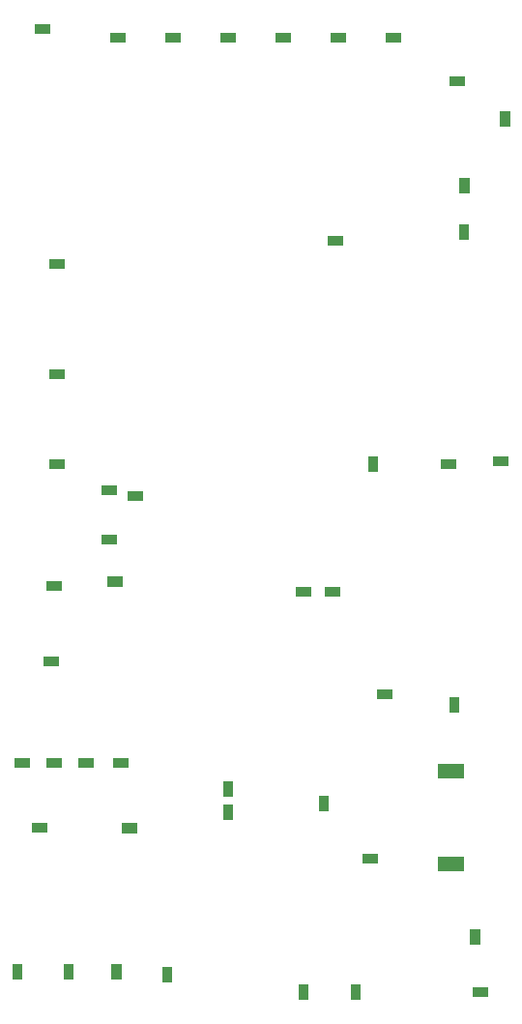
<source format=gbr>
%TF.GenerationSoftware,Altium Limited,Altium Designer,24.10.1 (45)*%
G04 Layer_Color=16711935*
%FSLAX25Y25*%
%MOIN*%
%TF.SameCoordinates,405BA738-95C1-4717-9A2A-605BB7F835F8*%
%TF.FilePolarity,Positive*%
%TF.FileFunction,Keep-out,Top*%
%TF.Part,Single*%
G01*
G75*
G36*
X135650Y468250D02*
X130350D01*
Y471750D01*
X135650D01*
Y468250D01*
D02*
G37*
G36*
X256650Y465250D02*
X251350D01*
Y468750D01*
X256650D01*
Y465250D01*
D02*
G37*
G36*
X237650D02*
X232350D01*
Y468750D01*
X237650D01*
Y465250D01*
D02*
G37*
G36*
X218650D02*
X213350D01*
Y468750D01*
X218650D01*
Y465250D01*
D02*
G37*
G36*
X199650D02*
X194350D01*
Y468750D01*
X199650D01*
Y465250D01*
D02*
G37*
G36*
X180650D02*
X175350D01*
Y468750D01*
X180650D01*
Y465250D01*
D02*
G37*
G36*
X161650D02*
X156350D01*
Y468750D01*
X161650D01*
Y465250D01*
D02*
G37*
G36*
X278650Y450250D02*
X273350D01*
Y453750D01*
X278650D01*
Y450250D01*
D02*
G37*
G36*
X294300Y436350D02*
X290800D01*
Y441650D01*
X294300D01*
Y436350D01*
D02*
G37*
G36*
X280300Y413350D02*
X276800D01*
Y418650D01*
X280300D01*
Y413350D01*
D02*
G37*
G36*
X280200Y397350D02*
X276700D01*
Y402650D01*
X280200D01*
Y397350D01*
D02*
G37*
G36*
X236650Y395250D02*
X231350D01*
Y398750D01*
X236650D01*
Y395250D01*
D02*
G37*
G36*
X140650Y387250D02*
X135350D01*
Y390750D01*
X140650D01*
Y387250D01*
D02*
G37*
G36*
Y349250D02*
X135350D01*
Y352750D01*
X140650D01*
Y349250D01*
D02*
G37*
G36*
X293650Y319250D02*
X288350D01*
Y322750D01*
X293650D01*
Y319250D01*
D02*
G37*
G36*
X275650Y318250D02*
X270350D01*
Y321750D01*
X275650D01*
Y318250D01*
D02*
G37*
G36*
X140650D02*
X135350D01*
Y321750D01*
X140650D01*
Y318250D01*
D02*
G37*
G36*
X248750Y317350D02*
X245250D01*
Y322650D01*
X248750D01*
Y317350D01*
D02*
G37*
G36*
X158650Y309250D02*
X153350D01*
Y312750D01*
X158650D01*
Y309250D01*
D02*
G37*
G36*
X167650Y307250D02*
X162350D01*
Y310750D01*
X167650D01*
Y307250D01*
D02*
G37*
G36*
X158650Y292250D02*
X153350D01*
Y295750D01*
X158650D01*
Y292250D01*
D02*
G37*
G36*
X160650Y277700D02*
X155350D01*
Y281200D01*
X160650D01*
Y277700D01*
D02*
G37*
G36*
X139650Y276250D02*
X134350D01*
Y279750D01*
X139650D01*
Y276250D01*
D02*
G37*
G36*
X235650Y274250D02*
X230350D01*
Y277750D01*
X235650D01*
Y274250D01*
D02*
G37*
G36*
X225650D02*
X220350D01*
Y277750D01*
X225650D01*
Y274250D01*
D02*
G37*
G36*
X138650Y250250D02*
X133350D01*
Y253750D01*
X138650D01*
Y250250D01*
D02*
G37*
G36*
X253650Y238800D02*
X248350D01*
Y242300D01*
X253650D01*
Y238800D01*
D02*
G37*
G36*
X276750Y234350D02*
X273250D01*
Y239650D01*
X276750D01*
Y234350D01*
D02*
G37*
G36*
X162650Y215250D02*
X157350D01*
Y218750D01*
X162650D01*
Y215250D01*
D02*
G37*
G36*
X150650D02*
X145350D01*
Y218750D01*
X150650D01*
Y215250D01*
D02*
G37*
G36*
X139650D02*
X134350D01*
Y218750D01*
X139650D01*
Y215250D01*
D02*
G37*
G36*
X128650D02*
X123350D01*
Y218750D01*
X128650D01*
Y215250D01*
D02*
G37*
G36*
X278550Y211450D02*
X269450D01*
Y216550D01*
X278550D01*
Y211450D01*
D02*
G37*
G36*
X198750Y205350D02*
X195250D01*
Y210650D01*
X198750D01*
Y205350D01*
D02*
G37*
G36*
X231750Y200350D02*
X228250D01*
Y205650D01*
X231750D01*
Y200350D01*
D02*
G37*
G36*
X198750Y197350D02*
X195250D01*
Y202650D01*
X198750D01*
Y197350D01*
D02*
G37*
G36*
X134650Y192800D02*
X129350D01*
Y196300D01*
X134650D01*
Y192800D01*
D02*
G37*
G36*
X165650Y192700D02*
X160350D01*
Y196200D01*
X165650D01*
Y192700D01*
D02*
G37*
G36*
X248650Y182250D02*
X243350D01*
Y185750D01*
X248650D01*
Y182250D01*
D02*
G37*
G36*
X278550Y179450D02*
X269450D01*
Y184550D01*
X278550D01*
Y179450D01*
D02*
G37*
G36*
X284000Y154350D02*
X280500D01*
Y159650D01*
X284000D01*
Y154350D01*
D02*
G37*
G36*
X160300Y142350D02*
X156800D01*
Y147650D01*
X160300D01*
Y142350D01*
D02*
G37*
G36*
X143750D02*
X140250D01*
Y147650D01*
X143750D01*
Y142350D01*
D02*
G37*
G36*
X126200D02*
X122700D01*
Y147650D01*
X126200D01*
Y142350D01*
D02*
G37*
G36*
X177750Y141350D02*
X174250D01*
Y146650D01*
X177750D01*
Y141350D01*
D02*
G37*
G36*
X286650Y136250D02*
X281350D01*
Y139750D01*
X286650D01*
Y136250D01*
D02*
G37*
G36*
X242750Y135350D02*
X239250D01*
Y140650D01*
X242750D01*
Y135350D01*
D02*
G37*
G36*
X224750D02*
X221250D01*
Y140650D01*
X224750D01*
Y135350D01*
D02*
G37*
%TF.MD5,a9b2fde017c647885cffeaa48405b96a*%
M02*

</source>
